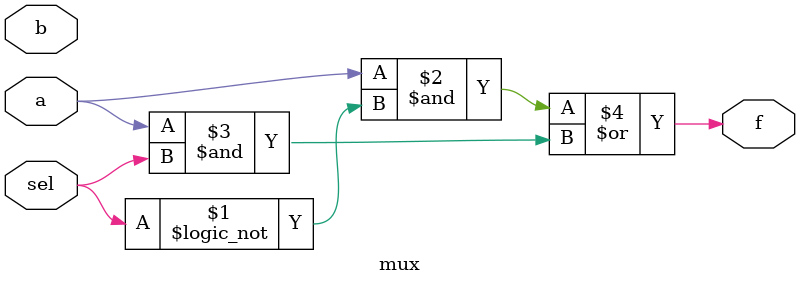
<source format=v>
module mux (
    output f,
    input  a,
    input  b,
    input  sel
);
  assign f = (a & !sel) | (a & sel);
endmodule

</source>
